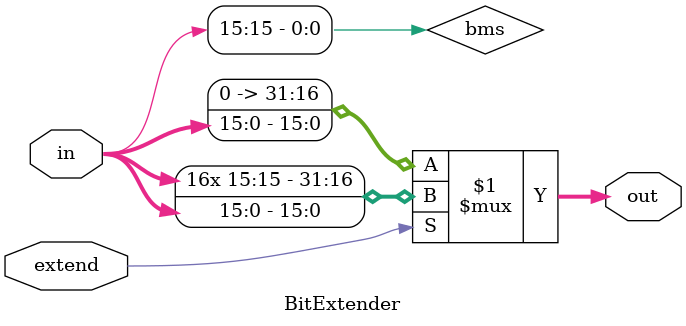
<source format=v>
module BitExtender(
    input extend,
    input [15:0] in,
    output [31:0] out
);
wire bms={in[15]};
assign out=(extend)?{{bms},{bms},{bms},{bms},{bms},{bms},{bms},{bms},{bms},{bms},{bms},{bms},{bms},{bms},{bms},{bms},{in}}:{{1'b0},{1'b0},{1'b0},{1'b0},{1'b0},{1'b0},{1'b0},{1'b0},{1'b0},{1'b0},{1'b0},{1'b0},{1'b0},{1'b0},{1'b0},{1'b0},{in}};
endmodule // 
</source>
